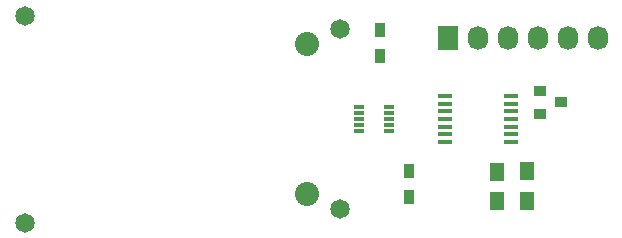
<source format=gts>
%FSLAX46Y46*%
G04 Gerber Fmt 4.6, Leading zero omitted, Abs format (unit mm)*
G04 Created by KiCad (PCBNEW (2014-jul-16 BZR unknown)-product) date Fri 27 Mar 2015 10:35:30 AM EDT*
%MOMM*%
G01*
G04 APERTURE LIST*
%ADD10C,0.100000*%
%ADD11R,1.250000X1.500000*%
%ADD12R,1.300480X0.299720*%
%ADD13C,2.032000*%
%ADD14C,1.651000*%
%ADD15R,0.900000X1.200000*%
%ADD16R,0.825000X0.300000*%
%ADD17R,1.727200X2.032000*%
%ADD18O,1.727200X2.032000*%
%ADD19R,1.000760X0.822960*%
G04 APERTURE END LIST*
D10*
D11*
X182499000Y-84422300D03*
X182499000Y-81922300D03*
X185013600Y-84371500D03*
X185013600Y-81871500D03*
D12*
X183642000Y-79400400D03*
X183642000Y-78765400D03*
X183642000Y-78105000D03*
X183642000Y-77470000D03*
X183642000Y-76809600D03*
X183642000Y-76161900D03*
X183642000Y-75514200D03*
X178054000Y-75514200D03*
X178054000Y-76161900D03*
X178054000Y-76809600D03*
X178054000Y-77470000D03*
X178054000Y-78117700D03*
X178054000Y-78765400D03*
X178054000Y-79413100D03*
D13*
X166370000Y-83820000D03*
X166370000Y-71120000D03*
D14*
X142494000Y-86233000D03*
X142494000Y-68707000D03*
D15*
X172593000Y-69893000D03*
X172593000Y-72093000D03*
X175006000Y-84031000D03*
X175006000Y-81831000D03*
D16*
X173325000Y-76470000D03*
X173325000Y-76970000D03*
X173325000Y-77470000D03*
X173325000Y-77970000D03*
X173325000Y-78470000D03*
X170845000Y-78470000D03*
X170845000Y-77970000D03*
X170845000Y-77470000D03*
X170845000Y-76970000D03*
X170845000Y-76470000D03*
D14*
X169164000Y-69850000D03*
X169164000Y-85090000D03*
D17*
X178308000Y-70612000D03*
D18*
X180848000Y-70612000D03*
X183388000Y-70612000D03*
X185928000Y-70612000D03*
X188468000Y-70612000D03*
X191008000Y-70612000D03*
D19*
X186095640Y-77012800D03*
X186095640Y-75107800D03*
X187871100Y-76060300D03*
M02*

</source>
